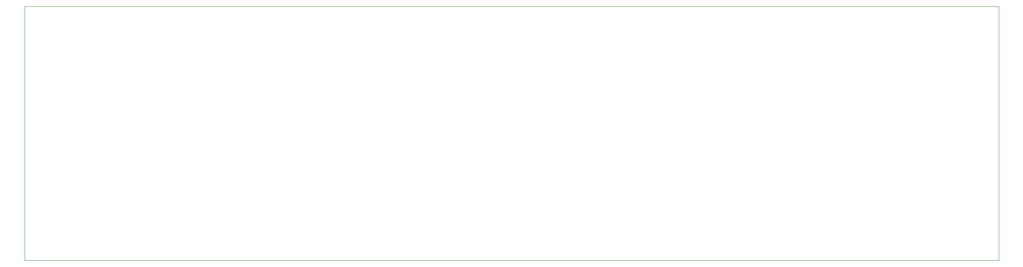
<source format=gbr>
%TF.GenerationSoftware,KiCad,Pcbnew,7.0.1*%
%TF.CreationDate,2023-03-28T01:42:18+03:00*%
%TF.ProjectId,top_controller,746f705f-636f-46e7-9472-6f6c6c65722e,rev?*%
%TF.SameCoordinates,Original*%
%TF.FileFunction,Profile,NP*%
%FSLAX46Y46*%
G04 Gerber Fmt 4.6, Leading zero omitted, Abs format (unit mm)*
G04 Created by KiCad (PCBNEW 7.0.1) date 2023-03-28 01:42:18*
%MOMM*%
%LPD*%
G01*
G04 APERTURE LIST*
%TA.AperFunction,Profile*%
%ADD10C,0.100000*%
%TD*%
G04 APERTURE END LIST*
D10*
X240000000Y-85000000D02*
X240000000Y-30800000D01*
X32350000Y-30800000D02*
X32350000Y-85000000D01*
X32350000Y-85000000D02*
X240000000Y-85000000D01*
X240000000Y-30800000D02*
X32350000Y-30800000D01*
M02*

</source>
